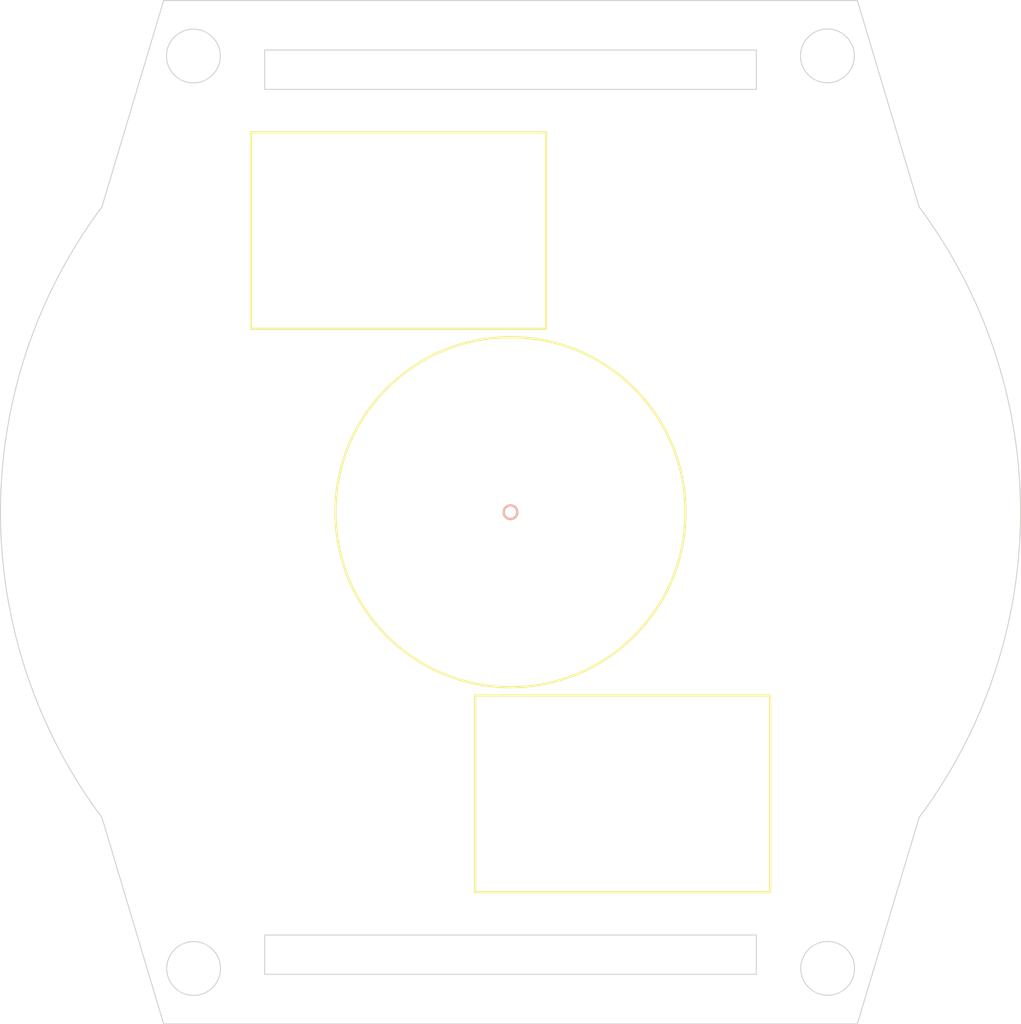
<source format=kicad_pcb>
(kicad_pcb (version 20171130) (host pcbnew 5.1.4-1.fc30)

  (general
    (thickness 1.6)
    (drawings 33)
    (tracks 0)
    (zones 0)
    (modules 0)
    (nets 1)
  )

  (page A4)
  (layers
    (0 F.Cu signal)
    (31 B.Cu signal)
    (32 B.Adhes user)
    (33 F.Adhes user)
    (34 B.Paste user)
    (35 F.Paste user)
    (36 B.SilkS user)
    (37 F.SilkS user)
    (38 B.Mask user)
    (39 F.Mask user)
    (40 Dwgs.User user)
    (41 Cmts.User user)
    (42 Eco1.User user)
    (43 Eco2.User user)
    (44 Edge.Cuts user)
    (45 Margin user)
    (46 B.CrtYd user)
    (47 F.CrtYd user)
    (48 B.Fab user)
    (49 F.Fab user)
  )

  (setup
    (last_trace_width 0.25)
    (trace_clearance 0.2)
    (zone_clearance 0.508)
    (zone_45_only no)
    (trace_min 0.2)
    (via_size 0.8)
    (via_drill 0.4)
    (via_min_size 0.4)
    (via_min_drill 0.3)
    (uvia_size 0.3)
    (uvia_drill 0.1)
    (uvias_allowed no)
    (uvia_min_size 0.2)
    (uvia_min_drill 0.1)
    (edge_width 0.05)
    (segment_width 0.2)
    (pcb_text_width 0.3)
    (pcb_text_size 1.5 1.5)
    (mod_edge_width 0.12)
    (mod_text_size 1 1)
    (mod_text_width 0.15)
    (pad_size 1.524 1.524)
    (pad_drill 0.762)
    (pad_to_mask_clearance 0.051)
    (solder_mask_min_width 0.25)
    (aux_axis_origin 0 0)
    (visible_elements FFFFFF7F)
    (pcbplotparams
      (layerselection 0x01000_7ffffffe)
      (usegerberextensions false)
      (usegerberattributes false)
      (usegerberadvancedattributes false)
      (creategerberjobfile false)
      (excludeedgelayer true)
      (linewidth 0.150000)
      (plotframeref false)
      (viasonmask false)
      (mode 1)
      (useauxorigin false)
      (hpglpennumber 1)
      (hpglpenspeed 20)
      (hpglpendiameter 15.000000)
      (psnegative false)
      (psa4output false)
      (plotreference true)
      (plotvalue true)
      (plotinvisibletext false)
      (padsonsilk false)
      (subtractmaskfromsilk false)
      (outputformat 3)
      (mirror false)
      (drillshape 0)
      (scaleselection 1)
      (outputdirectory "/home/bartosz/projekty/arm/workspace/Spinner/doc/case/V3/base/output/"))
  )

  (net 0 "")

  (net_class Default "To jest domyślna klasa połączeń."
    (clearance 0.2)
    (trace_width 0.25)
    (via_dia 0.8)
    (via_drill 0.4)
    (uvia_dia 0.3)
    (uvia_drill 0.1)
  )

  (gr_line (start 234.168 99.49) (end 237.308 88.99) (layer Edge.Cuts) (width 0.05) (tstamp 5ECC0DD4))
  (gr_line (start 234.168 47.45) (end 237.308 57.95) (layer Edge.Cuts) (width 0.05) (tstamp 5ECC0DD3))
  (gr_line (start 229.082 47.45) (end 234.168 47.45) (layer Edge.Cuts) (width 0.05) (tstamp 5ECC0DD2))
  (gr_line (start 198.892 99.49) (end 195.752 88.99) (layer Edge.Cuts) (width 0.05) (tstamp 5ECC0DD1))
  (gr_line (start 229.082 99.49) (end 198.892 99.49) (layer Edge.Cuts) (width 0.05) (tstamp 5ECC0DD0))
  (gr_line (start 229.082 47.45) (end 198.892 47.45) (layer Edge.Cuts) (width 0.05) (tstamp 5ECC0DCF))
  (gr_line (start 198.892 47.45) (end 195.751999 57.950002) (layer Edge.Cuts) (width 0.05) (tstamp 5ECC0DCE))
  (gr_line (start 229.082 99.49) (end 234.168 99.49) (layer Edge.Cuts) (width 0.05) (tstamp 5ECC0DCD))
  (gr_arc (start 216.53 73.47) (end 237.308 57.95) (angle 73.51533497) (layer Edge.Cuts) (width 0.05) (tstamp 5ECAA3CD))
  (gr_arc (start 216.53 73.47) (end 195.752 88.99) (angle 73.51533011) (layer Edge.Cuts) (width 0.05) (tstamp 5ECAA3CC))
  (gr_circle (center 200.415883 96.673337) (end 201.783715 96.673337) (layer Edge.Cuts) (width 0.05) (tstamp 5EC8E3AA))
  (gr_circle (center 232.656 96.666169) (end 234.023832 96.666169) (layer Edge.Cuts) (width 0.05) (tstamp 5EC8E3AA))
  (gr_circle (center 232.644117 50.266663) (end 234.011949 50.266663) (layer Edge.Cuts) (width 0.05) (tstamp 5EC8E3AA))
  (gr_circle (center 216.53 73.47) (end 216.22 73.31) (layer B.SilkS) (width 0.12) (tstamp 5EC8E392))
  (gr_circle (center 200.404 50.273831) (end 201.771832 50.273831) (layer Edge.Cuts) (width 0.05) (tstamp 5EC8E346))
  (gr_line (start 229.73 82.79) (end 214.73 82.79) (layer F.SilkS) (width 0.12) (tstamp 5DA1A39D))
  (gr_line (start 229.73 92.79) (end 229.73 82.79) (layer F.SilkS) (width 0.12) (tstamp 5DA1A39C))
  (gr_line (start 214.73 82.79) (end 214.73 92.79) (layer F.SilkS) (width 0.12) (tstamp 5DA1A39B))
  (gr_line (start 214.73 92.79) (end 229.73 92.79) (layer F.SilkS) (width 0.12) (tstamp 5DA1A39A))
  (gr_circle (center 216.53 73.47) (end 216.69 73.78) (layer F.SilkS) (width 0.12) (tstamp 5DA1A37B))
  (gr_line (start 218.33 54.15) (end 203.33 54.15) (layer F.SilkS) (width 0.12))
  (gr_line (start 218.33 64.15) (end 218.33 54.15) (layer F.SilkS) (width 0.12))
  (gr_line (start 203.33 64.15) (end 218.33 64.15) (layer F.SilkS) (width 0.12))
  (gr_line (start 203.33 54.15) (end 203.33 64.15) (layer F.SilkS) (width 0.12))
  (gr_circle (center 216.53 73.47) (end 225.43 73.47) (layer F.SilkS) (width 0.12))
  (gr_line (start 204.03 51.97) (end 229.03 51.97) (layer Edge.Cuts) (width 0.05) (tstamp 5DA19EB7))
  (gr_line (start 229.03 49.97) (end 229.03 51.97) (layer Edge.Cuts) (width 0.05) (tstamp 5DA19EB6))
  (gr_line (start 204.03 51.97) (end 204.03 49.97) (layer Edge.Cuts) (width 0.05) (tstamp 5DA19EB5))
  (gr_line (start 229.03 49.97) (end 204.03 49.97) (layer Edge.Cuts) (width 0.05) (tstamp 5DA19EB4))
  (gr_line (start 229.03 94.97) (end 204.03 94.97) (layer Edge.Cuts) (width 0.05) (tstamp 5DA19E70))
  (gr_line (start 229.03 94.97) (end 229.03 96.97) (layer Edge.Cuts) (width 0.05))
  (gr_line (start 204.03 96.97) (end 229.03 96.97) (layer Edge.Cuts) (width 0.05))
  (gr_line (start 204.03 96.97) (end 204.03 94.97) (layer Edge.Cuts) (width 0.05))

)

</source>
